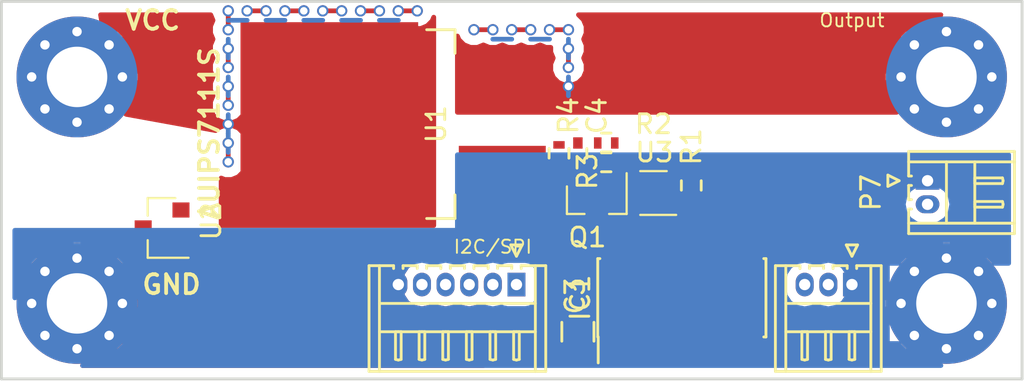
<source format=kicad_pcb>
(kicad_pcb (version 4) (host pcbnew 4.0.4-stable)

  (general
    (links 37)
    (no_connects 30)
    (area 120.924999 76.924999 175.075001 97.075001)
    (thickness 1.6)
    (drawings 9)
    (tracks 59)
    (zones 0)
    (modules 18)
    (nets 16)
  )

  (page A4)
  (layers
    (0 F.Cu signal)
    (31 B.Cu signal)
    (32 B.Adhes user)
    (33 F.Adhes user)
    (34 B.Paste user)
    (35 F.Paste user)
    (36 B.SilkS user hide)
    (37 F.SilkS user)
    (38 B.Mask user)
    (39 F.Mask user)
    (40 Dwgs.User user)
    (41 Cmts.User user)
    (42 Eco1.User user)
    (43 Eco2.User user)
    (44 Edge.Cuts user)
    (45 Margin user)
    (46 B.CrtYd user)
    (47 F.CrtYd user)
    (48 B.Fab user hide)
    (49 F.Fab user hide)
  )

  (setup
    (last_trace_width 0.25)
    (user_trace_width 0.4)
    (user_trace_width 0.5)
    (user_trace_width 0.6)
    (user_trace_width 1)
    (user_trace_width 2)
    (user_trace_width 3)
    (user_trace_width 4)
    (user_trace_width 5)
    (trace_clearance 0.2)
    (zone_clearance 0.508)
    (zone_45_only yes)
    (trace_min 0.2)
    (segment_width 0.2)
    (edge_width 0.15)
    (via_size 0.6)
    (via_drill 0.4)
    (via_min_size 0.4)
    (via_min_drill 0.3)
    (user_via 1.4 1)
    (uvia_size 0.3)
    (uvia_drill 0.1)
    (uvias_allowed no)
    (uvia_min_size 0.2)
    (uvia_min_drill 0.1)
    (pcb_text_width 0.3)
    (pcb_text_size 1.5 1.5)
    (mod_edge_width 0.15)
    (mod_text_size 1 1)
    (mod_text_width 0.15)
    (pad_size 1.524 1.524)
    (pad_drill 0.762)
    (pad_to_mask_clearance 0.2)
    (aux_axis_origin 0 0)
    (visible_elements 7FFFEFFF)
    (pcbplotparams
      (layerselection 0x01000_00000001)
      (usegerberextensions false)
      (excludeedgelayer true)
      (linewidth 0.100000)
      (plotframeref false)
      (viasonmask false)
      (mode 1)
      (useauxorigin false)
      (hpglpennumber 1)
      (hpglpenspeed 20)
      (hpglpendiameter 15)
      (hpglpenoverlay 2)
      (psnegative false)
      (psa4output false)
      (plotreference true)
      (plotvalue true)
      (plotinvisibletext false)
      (padsonsilk false)
      (subtractmaskfromsilk false)
      (outputformat 1)
      (mirror false)
      (drillshape 0)
      (scaleselection 1)
      (outputdirectory ../../../../media/mdh/KINGSTON/))
  )

  (net 0 "")
  (net 1 "Net-(Q1-Pad1)")
  (net 2 GND)
  (net 3 VCC)
  (net 4 /Out)
  (net 5 /IN)
  (net 6 /Ifb)
  (net 7 /RESET)
  (net 8 /SDA/MOSI)
  (net 9 /MISO)
  (net 10 /SCL/SCK)
  (net 11 /ENB1)
  (net 12 /ENB2)
  (net 13 +5V)
  (net 14 /Current_Feedback)
  (net 15 /PWM1)

  (net_class Default "This is the default net class."
    (clearance 0.2)
    (trace_width 0.25)
    (via_dia 0.6)
    (via_drill 0.4)
    (uvia_dia 0.3)
    (uvia_drill 0.1)
    (add_net +5V)
    (add_net /Current_Feedback)
    (add_net /ENB1)
    (add_net /ENB2)
    (add_net /IN)
    (add_net /Ifb)
    (add_net /MISO)
    (add_net /Out)
    (add_net /PWM1)
    (add_net /RESET)
    (add_net /SCL/SCK)
    (add_net /SDA/MOSI)
    (add_net GND)
    (add_net "Net-(Q1-Pad1)")
    (add_net VCC)
  )

  (net_class BigVia ""
    (clearance 0.2)
    (trace_width 0.25)
    (via_dia 1.2)
    (via_drill 1)
    (uvia_dia 0.3)
    (uvia_drill 0.1)
  )

  (module KiCad-MDH-IC:TO-263-!3 (layer F.Cu) (tedit 5844163F) (tstamp 58767E0A)
    (at 147.5 83.5 180)
    (descr "D2PAK / TO-263 3-lead smd package")
    (tags "D2PAK D2PAK-3 TO-263AB TO-263")
    (path /583564EC)
    (attr smd)
    (fp_text reference U1 (at 3.5 0 270) (layer F.SilkS)
      (effects (font (size 1 1) (thickness 0.15)))
    )
    (fp_text value AUIPS7111S (at 15.25 -0.25 270) (layer F.Fab)
      (effects (font (size 1 1) (thickness 0.15)))
    )
    (fp_line (start 14.1 5.65) (end -2.55 5.65) (layer F.CrtYd) (width 0.05))
    (fp_line (start 14.1 -5.65) (end 14.1 5.65) (layer F.CrtYd) (width 0.05))
    (fp_line (start 14.1 -5.65) (end -2.55 -5.65) (layer F.CrtYd) (width 0.05))
    (fp_line (start -2.55 -5.65) (end -2.55 5.65) (layer F.CrtYd) (width 0.05))
    (fp_line (start 2.5 5) (end 2.5 3.75) (layer F.SilkS) (width 0.15))
    (fp_line (start 2.5 5) (end 4 5) (layer F.SilkS) (width 0.15))
    (fp_line (start 2.5 -5) (end 4 -5) (layer F.SilkS) (width 0.15))
    (fp_line (start 2.5 -5) (end 2.5 -3.75) (layer F.SilkS) (width 0.15))
    (pad 5 smd rect (at 0 3.4 180) (size 4.6 1.1) (layers F.Cu F.Paste F.Mask)
      (net 4 /Out))
    (pad 4 smd rect (at 0 1.7 180) (size 4.6 1.1) (layers F.Cu F.Paste F.Mask)
      (net 4 /Out))
    (pad 2 smd rect (at 0 -1.7 180) (size 4.6 1.1) (layers F.Cu F.Paste F.Mask)
      (net 6 /Ifb))
    (pad 3 smd rect (at 9.15 0 180) (size 9.4 10.8) (layers F.Cu F.Paste F.Mask)
      (net 3 VCC))
    (pad 1 smd rect (at 0 -3.4 180) (size 4.6 1.1) (layers F.Cu F.Paste F.Mask)
      (net 5 /IN))
    (model TO_SOT_Packages_SMD.3dshapes/TO-263-5Lead.wrl
      (at (xyz 0 0 0))
      (scale (xyz 1 1 1))
      (rotate (xyz 0 0 90))
    )
  )

  (module TO_SOT_Packages_SMD:SOT-23 (layer F.Cu) (tedit 583F39EB) (tstamp 5876925D)
    (at 129.5 89 180)
    (descr "SOT-23, Standard")
    (tags SOT-23)
    (path /587697D2)
    (attr smd)
    (fp_text reference U2 (at -2.6 0.35 270) (layer F.SilkS)
      (effects (font (size 1 1) (thickness 0.15)))
    )
    (fp_text value LM3480-5.0 (at 0 2.5 180) (layer F.Fab)
      (effects (font (size 1 1) (thickness 0.15)))
    )
    (fp_line (start 0.76 1.58) (end 0.76 0.65) (layer F.SilkS) (width 0.12))
    (fp_line (start 0.76 -1.58) (end 0.76 -0.65) (layer F.SilkS) (width 0.12))
    (fp_line (start 0.7 -1.52) (end 0.7 1.52) (layer F.Fab) (width 0.15))
    (fp_line (start -0.7 1.52) (end 0.7 1.52) (layer F.Fab) (width 0.15))
    (fp_line (start -1.7 -1.75) (end 1.7 -1.75) (layer F.CrtYd) (width 0.05))
    (fp_line (start 1.7 -1.75) (end 1.7 1.75) (layer F.CrtYd) (width 0.05))
    (fp_line (start 1.7 1.75) (end -1.7 1.75) (layer F.CrtYd) (width 0.05))
    (fp_line (start -1.7 1.75) (end -1.7 -1.75) (layer F.CrtYd) (width 0.05))
    (fp_line (start 0.76 -1.58) (end -1.4 -1.58) (layer F.SilkS) (width 0.12))
    (fp_line (start -0.7 -1.52) (end 0.7 -1.52) (layer F.Fab) (width 0.15))
    (fp_line (start -0.7 -1.52) (end -0.7 1.52) (layer F.Fab) (width 0.15))
    (fp_line (start 0.76 1.58) (end -0.7 1.58) (layer F.SilkS) (width 0.12))
    (pad 1 smd rect (at -1 -0.95 180) (size 0.9 0.8) (layers F.Cu F.Paste F.Mask)
      (net 13 +5V))
    (pad 2 smd rect (at -1 0.95 180) (size 0.9 0.8) (layers F.Cu F.Paste F.Mask)
      (net 3 VCC))
    (pad 3 smd rect (at 1 0 180) (size 0.9 0.8) (layers F.Cu F.Paste F.Mask)
      (net 2 GND))
    (model TO_SOT_Packages_SMD.3dshapes/SOT-23.wrl
      (at (xyz 0 0 0))
      (scale (xyz 1 1 1))
      (rotate (xyz 0 0 90))
    )
  )

  (module Capacitors_SMD:C_0805 (layer F.Cu) (tedit 5415D6EA) (tstamp 587697DC)
    (at 151.5 94.5 90)
    (descr "Capacitor SMD 0805, reflow soldering, AVX (see smccp.pdf)")
    (tags "capacitor 0805")
    (path /5876D639)
    (attr smd)
    (fp_text reference C3 (at 1.9 -0.15 90) (layer F.SilkS)
      (effects (font (size 1 1) (thickness 0.15)))
    )
    (fp_text value 10uF (at 0 2.1 90) (layer F.Fab)
      (effects (font (size 1 1) (thickness 0.15)))
    )
    (fp_line (start -1 0.625) (end -1 -0.625) (layer F.Fab) (width 0.15))
    (fp_line (start 1 0.625) (end -1 0.625) (layer F.Fab) (width 0.15))
    (fp_line (start 1 -0.625) (end 1 0.625) (layer F.Fab) (width 0.15))
    (fp_line (start -1 -0.625) (end 1 -0.625) (layer F.Fab) (width 0.15))
    (fp_line (start -1.8 -1) (end 1.8 -1) (layer F.CrtYd) (width 0.05))
    (fp_line (start -1.8 1) (end 1.8 1) (layer F.CrtYd) (width 0.05))
    (fp_line (start -1.8 -1) (end -1.8 1) (layer F.CrtYd) (width 0.05))
    (fp_line (start 1.8 -1) (end 1.8 1) (layer F.CrtYd) (width 0.05))
    (fp_line (start 0.5 -0.85) (end -0.5 -0.85) (layer F.SilkS) (width 0.15))
    (fp_line (start -0.5 0.85) (end 0.5 0.85) (layer F.SilkS) (width 0.15))
    (pad 1 smd rect (at -1 0 90) (size 1 1.25) (layers F.Cu F.Paste F.Mask)
      (net 13 +5V))
    (pad 2 smd rect (at 1 0 90) (size 1 1.25) (layers F.Cu F.Paste F.Mask)
      (net 2 GND))
    (model Capacitors_SMD.3dshapes/C_0805.wrl
      (at (xyz 0 0 0))
      (scale (xyz 1 1 1))
      (rotate (xyz 0 0 0))
    )
  )

  (module TO_SOT_Packages_SMD:SOT-353 (layer F.Cu) (tedit 583F3CBD) (tstamp 587697EF)
    (at 155.5 87.15 180)
    (descr SOT353)
    (path /5876AB47)
    (attr smd)
    (fp_text reference U3 (at -0.05 2.15 180) (layer F.SilkS)
      (effects (font (size 1 1) (thickness 0.15)))
    )
    (fp_text value 74LVC1G08 (at 0 2.25 360) (layer F.Fab)
      (effects (font (size 1 1) (thickness 0.15)))
    )
    (fp_line (start 0.7 -1.16) (end -1.2 -1.16) (layer F.SilkS) (width 0.12))
    (fp_line (start -0.7 1.16) (end 0.7 1.16) (layer F.SilkS) (width 0.12))
    (fp_line (start 1.5 1.35) (end 1.5 -1.35) (layer F.CrtYd) (width 0.05))
    (fp_line (start -1.5 -1.35) (end -1.5 1.35) (layer F.CrtYd) (width 0.05))
    (fp_line (start -1.5 -1.35) (end 1.5 -1.35) (layer F.CrtYd) (width 0.05))
    (fp_line (start 0.675 -1.1) (end -0.675 -1.1) (layer F.Fab) (width 0.15))
    (fp_line (start -0.675 -1.1) (end -0.675 1.1) (layer F.Fab) (width 0.15))
    (fp_line (start -1.5 1.35) (end 1.5 1.35) (layer F.CrtYd) (width 0.05))
    (fp_line (start 0.675 -1.1) (end 0.675 1.1) (layer F.Fab) (width 0.15))
    (fp_line (start 0.675 1.1) (end -0.675 1.1) (layer F.Fab) (width 0.15))
    (pad 1 smd rect (at -0.95 -0.65 180) (size 0.6 0.42) (layers F.Cu F.Paste F.Mask)
      (net 11 /ENB1))
    (pad 3 smd rect (at -0.95 0.65 180) (size 0.6 0.42) (layers F.Cu F.Paste F.Mask)
      (net 2 GND))
    (pad 5 smd rect (at 0.95 -0.65 180) (size 0.6 0.42) (layers F.Cu F.Paste F.Mask)
      (net 13 +5V))
    (pad 2 smd rect (at -0.95 0 180) (size 0.6 0.42) (layers F.Cu F.Paste F.Mask)
      (net 12 /ENB2))
    (pad 4 smd rect (at 0.95 0.65 180) (size 0.6 0.42) (layers F.Cu F.Paste F.Mask)
      (net 1 "Net-(Q1-Pad1)"))
    (model TO_SOT_Packages_SMD.3dshapes/SOT-353.wrl
      (at (xyz 0 0 0))
      (scale (xyz 0.07000000000000001 0.09 0.08))
      (rotate (xyz 0 0 90))
    )
  )

  (module Capacitors_SMD:C_0402 (layer F.Cu) (tedit 5415D599) (tstamp 5876CF40)
    (at 151.5 85.05 270)
    (descr "Capacitor SMD 0402, reflow soldering, AVX (see smccp.pdf)")
    (tags "capacitor 0402")
    (path /5876FC10)
    (attr smd)
    (fp_text reference C4 (at -2 -1 270) (layer F.SilkS)
      (effects (font (size 1 1) (thickness 0.15)))
    )
    (fp_text value 1uF (at 0 1.7 270) (layer F.Fab)
      (effects (font (size 1 1) (thickness 0.15)))
    )
    (fp_line (start -0.5 0.25) (end -0.5 -0.25) (layer F.Fab) (width 0.15))
    (fp_line (start 0.5 0.25) (end -0.5 0.25) (layer F.Fab) (width 0.15))
    (fp_line (start 0.5 -0.25) (end 0.5 0.25) (layer F.Fab) (width 0.15))
    (fp_line (start -0.5 -0.25) (end 0.5 -0.25) (layer F.Fab) (width 0.15))
    (fp_line (start -1.15 -0.6) (end 1.15 -0.6) (layer F.CrtYd) (width 0.05))
    (fp_line (start -1.15 0.6) (end 1.15 0.6) (layer F.CrtYd) (width 0.05))
    (fp_line (start -1.15 -0.6) (end -1.15 0.6) (layer F.CrtYd) (width 0.05))
    (fp_line (start 1.15 -0.6) (end 1.15 0.6) (layer F.CrtYd) (width 0.05))
    (fp_line (start 0.25 -0.475) (end -0.25 -0.475) (layer F.SilkS) (width 0.15))
    (fp_line (start -0.25 0.475) (end 0.25 0.475) (layer F.SilkS) (width 0.15))
    (pad 1 smd rect (at -0.55 0 270) (size 0.6 0.5) (layers F.Cu F.Paste F.Mask)
      (net 6 /Ifb))
    (pad 2 smd rect (at 0.55 0 270) (size 0.6 0.5) (layers F.Cu F.Paste F.Mask)
      (net 2 GND))
    (model Capacitors_SMD.3dshapes/C_0402.wrl
      (at (xyz 0 0 0))
      (scale (xyz 1 1 1))
      (rotate (xyz 0 0 0))
    )
  )

  (module Resistors_SMD:R_0402 (layer F.Cu) (tedit 58307A8A) (tstamp 5876CF45)
    (at 157.5 86.75 90)
    (descr "Resistor SMD 0402, reflow soldering, Vishay (see dcrcw.pdf)")
    (tags "resistor 0402")
    (path /5876E46B)
    (attr smd)
    (fp_text reference R1 (at 2.05 0 90) (layer F.SilkS)
      (effects (font (size 1 1) (thickness 0.15)))
    )
    (fp_text value 4.7k (at 0 1.8 90) (layer F.Fab)
      (effects (font (size 1 1) (thickness 0.15)))
    )
    (fp_line (start -0.5 0.25) (end -0.5 -0.25) (layer F.Fab) (width 0.1))
    (fp_line (start 0.5 0.25) (end -0.5 0.25) (layer F.Fab) (width 0.1))
    (fp_line (start 0.5 -0.25) (end 0.5 0.25) (layer F.Fab) (width 0.1))
    (fp_line (start -0.5 -0.25) (end 0.5 -0.25) (layer F.Fab) (width 0.1))
    (fp_line (start -0.95 -0.65) (end 0.95 -0.65) (layer F.CrtYd) (width 0.05))
    (fp_line (start -0.95 0.65) (end 0.95 0.65) (layer F.CrtYd) (width 0.05))
    (fp_line (start -0.95 -0.65) (end -0.95 0.65) (layer F.CrtYd) (width 0.05))
    (fp_line (start 0.95 -0.65) (end 0.95 0.65) (layer F.CrtYd) (width 0.05))
    (fp_line (start 0.25 -0.525) (end -0.25 -0.525) (layer F.SilkS) (width 0.15))
    (fp_line (start -0.25 0.525) (end 0.25 0.525) (layer F.SilkS) (width 0.15))
    (pad 1 smd rect (at -0.45 0 90) (size 0.4 0.6) (layers F.Cu F.Paste F.Mask)
      (net 12 /ENB2))
    (pad 2 smd rect (at 0.45 0 90) (size 0.4 0.6) (layers F.Cu F.Paste F.Mask)
      (net 2 GND))
    (model Resistors_SMD.3dshapes/R_0402.wrl
      (at (xyz 0 0 0))
      (scale (xyz 1 1 1))
      (rotate (xyz 0 0 0))
    )
  )

  (module Resistors_SMD:R_0402 (layer F.Cu) (tedit 58307A8A) (tstamp 5876CF4A)
    (at 153 85.5 180)
    (descr "Resistor SMD 0402, reflow soldering, Vishay (see dcrcw.pdf)")
    (tags "resistor 0402")
    (path /583570F7)
    (attr smd)
    (fp_text reference R2 (at -2.5 2 180) (layer F.SilkS)
      (effects (font (size 1 1) (thickness 0.15)))
    )
    (fp_text value 4.7k (at 0 1.8 180) (layer F.Fab)
      (effects (font (size 1 1) (thickness 0.15)))
    )
    (fp_line (start -0.5 0.25) (end -0.5 -0.25) (layer F.Fab) (width 0.1))
    (fp_line (start 0.5 0.25) (end -0.5 0.25) (layer F.Fab) (width 0.1))
    (fp_line (start 0.5 -0.25) (end 0.5 0.25) (layer F.Fab) (width 0.1))
    (fp_line (start -0.5 -0.25) (end 0.5 -0.25) (layer F.Fab) (width 0.1))
    (fp_line (start -0.95 -0.65) (end 0.95 -0.65) (layer F.CrtYd) (width 0.05))
    (fp_line (start -0.95 0.65) (end 0.95 0.65) (layer F.CrtYd) (width 0.05))
    (fp_line (start -0.95 -0.65) (end -0.95 0.65) (layer F.CrtYd) (width 0.05))
    (fp_line (start 0.95 -0.65) (end 0.95 0.65) (layer F.CrtYd) (width 0.05))
    (fp_line (start 0.25 -0.525) (end -0.25 -0.525) (layer F.SilkS) (width 0.15))
    (fp_line (start -0.25 0.525) (end 0.25 0.525) (layer F.SilkS) (width 0.15))
    (pad 1 smd rect (at -0.45 0 180) (size 0.4 0.6) (layers F.Cu F.Paste F.Mask)
      (net 1 "Net-(Q1-Pad1)"))
    (pad 2 smd rect (at 0.45 0 180) (size 0.4 0.6) (layers F.Cu F.Paste F.Mask)
      (net 2 GND))
    (model Resistors_SMD.3dshapes/R_0402.wrl
      (at (xyz 0 0 0))
      (scale (xyz 1 1 1))
      (rotate (xyz 0 0 0))
    )
  )

  (module Resistors_SMD:R_0402 (layer F.Cu) (tedit 58307A8A) (tstamp 5876CF4F)
    (at 153 84.5 180)
    (descr "Resistor SMD 0402, reflow soldering, Vishay (see dcrcw.pdf)")
    (tags "resistor 0402")
    (path /58357DFE)
    (attr smd)
    (fp_text reference R3 (at 1 -1.5 270) (layer F.SilkS)
      (effects (font (size 1 1) (thickness 0.15)))
    )
    (fp_text value 10k (at 0 1.8 180) (layer F.Fab)
      (effects (font (size 1 1) (thickness 0.15)))
    )
    (fp_line (start -0.5 0.25) (end -0.5 -0.25) (layer F.Fab) (width 0.1))
    (fp_line (start 0.5 0.25) (end -0.5 0.25) (layer F.Fab) (width 0.1))
    (fp_line (start 0.5 -0.25) (end 0.5 0.25) (layer F.Fab) (width 0.1))
    (fp_line (start -0.5 -0.25) (end 0.5 -0.25) (layer F.Fab) (width 0.1))
    (fp_line (start -0.95 -0.65) (end 0.95 -0.65) (layer F.CrtYd) (width 0.05))
    (fp_line (start -0.95 0.65) (end 0.95 0.65) (layer F.CrtYd) (width 0.05))
    (fp_line (start -0.95 -0.65) (end -0.95 0.65) (layer F.CrtYd) (width 0.05))
    (fp_line (start 0.95 -0.65) (end 0.95 0.65) (layer F.CrtYd) (width 0.05))
    (fp_line (start 0.25 -0.525) (end -0.25 -0.525) (layer F.SilkS) (width 0.15))
    (fp_line (start -0.25 0.525) (end 0.25 0.525) (layer F.SilkS) (width 0.15))
    (pad 1 smd rect (at -0.45 0 180) (size 0.4 0.6) (layers F.Cu F.Paste F.Mask)
      (net 14 /Current_Feedback))
    (pad 2 smd rect (at 0.45 0 180) (size 0.4 0.6) (layers F.Cu F.Paste F.Mask)
      (net 6 /Ifb))
    (model Resistors_SMD.3dshapes/R_0402.wrl
      (at (xyz 0 0 0))
      (scale (xyz 1 1 1))
      (rotate (xyz 0 0 0))
    )
  )

  (module Resistors_SMD:R_0402 (layer F.Cu) (tedit 58307A8A) (tstamp 5876CF54)
    (at 150.5 85.05 270)
    (descr "Resistor SMD 0402, reflow soldering, Vishay (see dcrcw.pdf)")
    (tags "resistor 0402")
    (path /58357C8A)
    (attr smd)
    (fp_text reference R4 (at -2 -0.5 270) (layer F.SilkS)
      (effects (font (size 1 1) (thickness 0.15)))
    )
    (fp_text value 3.3k (at 0 1.8 270) (layer F.Fab)
      (effects (font (size 1 1) (thickness 0.15)))
    )
    (fp_line (start -0.5 0.25) (end -0.5 -0.25) (layer F.Fab) (width 0.1))
    (fp_line (start 0.5 0.25) (end -0.5 0.25) (layer F.Fab) (width 0.1))
    (fp_line (start 0.5 -0.25) (end 0.5 0.25) (layer F.Fab) (width 0.1))
    (fp_line (start -0.5 -0.25) (end 0.5 -0.25) (layer F.Fab) (width 0.1))
    (fp_line (start -0.95 -0.65) (end 0.95 -0.65) (layer F.CrtYd) (width 0.05))
    (fp_line (start -0.95 0.65) (end 0.95 0.65) (layer F.CrtYd) (width 0.05))
    (fp_line (start -0.95 -0.65) (end -0.95 0.65) (layer F.CrtYd) (width 0.05))
    (fp_line (start 0.95 -0.65) (end 0.95 0.65) (layer F.CrtYd) (width 0.05))
    (fp_line (start 0.25 -0.525) (end -0.25 -0.525) (layer F.SilkS) (width 0.15))
    (fp_line (start -0.25 0.525) (end 0.25 0.525) (layer F.SilkS) (width 0.15))
    (pad 1 smd rect (at -0.45 0 270) (size 0.4 0.6) (layers F.Cu F.Paste F.Mask)
      (net 6 /Ifb))
    (pad 2 smd rect (at 0.45 0 270) (size 0.4 0.6) (layers F.Cu F.Paste F.Mask)
      (net 2 GND))
    (model Resistors_SMD.3dshapes/R_0402.wrl
      (at (xyz 0 0 0))
      (scale (xyz 1 1 1))
      (rotate (xyz 0 0 0))
    )
  )

  (module TO_SOT_Packages_SMD:SOT-23 (layer F.Cu) (tedit 583F39EB) (tstamp 5877BD67)
    (at 152.5 87.5 270)
    (descr "SOT-23, Standard")
    (tags SOT-23)
    (path /587679DC)
    (attr smd)
    (fp_text reference Q1 (at 2 0.5 360) (layer F.SilkS)
      (effects (font (size 1 1) (thickness 0.15)))
    )
    (fp_text value BSS138 (at 0 2.5 270) (layer F.Fab)
      (effects (font (size 1 1) (thickness 0.15)))
    )
    (fp_line (start 0.76 1.58) (end 0.76 0.65) (layer F.SilkS) (width 0.12))
    (fp_line (start 0.76 -1.58) (end 0.76 -0.65) (layer F.SilkS) (width 0.12))
    (fp_line (start 0.7 -1.52) (end 0.7 1.52) (layer F.Fab) (width 0.15))
    (fp_line (start -0.7 1.52) (end 0.7 1.52) (layer F.Fab) (width 0.15))
    (fp_line (start -1.7 -1.75) (end 1.7 -1.75) (layer F.CrtYd) (width 0.05))
    (fp_line (start 1.7 -1.75) (end 1.7 1.75) (layer F.CrtYd) (width 0.05))
    (fp_line (start 1.7 1.75) (end -1.7 1.75) (layer F.CrtYd) (width 0.05))
    (fp_line (start -1.7 1.75) (end -1.7 -1.75) (layer F.CrtYd) (width 0.05))
    (fp_line (start 0.76 -1.58) (end -1.4 -1.58) (layer F.SilkS) (width 0.12))
    (fp_line (start -0.7 -1.52) (end 0.7 -1.52) (layer F.Fab) (width 0.15))
    (fp_line (start -0.7 -1.52) (end -0.7 1.52) (layer F.Fab) (width 0.15))
    (fp_line (start 0.76 1.58) (end -0.7 1.58) (layer F.SilkS) (width 0.12))
    (pad 1 smd rect (at -1 -0.95 270) (size 0.9 0.8) (layers F.Cu F.Paste F.Mask)
      (net 1 "Net-(Q1-Pad1)"))
    (pad 2 smd rect (at -1 0.95 270) (size 0.9 0.8) (layers F.Cu F.Paste F.Mask)
      (net 2 GND))
    (pad 3 smd rect (at 1 0 270) (size 0.9 0.8) (layers F.Cu F.Paste F.Mask)
      (net 5 /IN))
    (model TO_SOT_Packages_SMD.3dshapes/SOT-23.wrl
      (at (xyz 0 0 0))
      (scale (xyz 1 1 1))
      (rotate (xyz 0 0 90))
    )
  )

  (module Connectors_Hirose:Hirose_DF13-06P-1.25DS_06x1.25mm_Angled (layer F.Cu) (tedit 58795592) (tstamp 5877C2E2)
    (at 148.25 92 180)
    (descr "Hirose DF13 DS series connector, 1.25mm pitch, side entry PTH")
    (tags "connector hirose df13 side angled horizontal through thru hole")
    (path /5876D1D1)
    (fp_text reference P2 (at 3.125 3 180) (layer F.SilkS) hide
      (effects (font (size 1 1) (thickness 0.15)))
    )
    (fp_text value CONN_01X06 (at 3.125 -6 180) (layer F.Fab)
      (effects (font (size 1 1) (thickness 0.15)))
    )
    (fp_line (start -0.25 0.85) (end -0.25 1) (layer F.SilkS) (width 0.15))
    (fp_line (start -0.25 1) (end -1.55 1) (layer F.SilkS) (width 0.15))
    (fp_line (start -1.55 1) (end -1.55 -4.6) (layer F.SilkS) (width 0.15))
    (fp_line (start -1.55 -4.6) (end 7.8 -4.6) (layer F.SilkS) (width 0.15))
    (fp_line (start 7.8 -4.6) (end 7.8 1) (layer F.SilkS) (width 0.15))
    (fp_line (start 7.8 1) (end 6.5 1) (layer F.SilkS) (width 0.15))
    (fp_line (start 6.5 1) (end 6.5 0.85) (layer F.SilkS) (width 0.15))
    (fp_line (start -1 -2.5) (end 7.25 -2.5) (layer F.SilkS) (width 0.15))
    (fp_line (start -1 -1) (end 7.25 -1) (layer F.SilkS) (width 0.15))
    (fp_line (start -1 -4.6) (end -1 1) (layer F.SilkS) (width 0.15))
    (fp_line (start 7.25 -4.6) (end 7.25 1) (layer F.SilkS) (width 0.15))
    (fp_line (start 0 -2.5) (end -0.15 -2.5) (layer F.SilkS) (width 0.15))
    (fp_line (start -0.15 -2.5) (end -0.15 -3.9625) (layer F.SilkS) (width 0.15))
    (fp_line (start -0.15 -3.9625) (end 0 -4) (layer F.SilkS) (width 0.15))
    (fp_line (start 0 -4) (end 0.15 -3.9625) (layer F.SilkS) (width 0.15))
    (fp_line (start 0.15 -3.9625) (end 0.15 -2.5) (layer F.SilkS) (width 0.15))
    (fp_line (start 0.15 -2.5) (end 0 -2.5) (layer F.SilkS) (width 0.15))
    (fp_line (start 1.25 -2.5) (end 1.1 -2.5) (layer F.SilkS) (width 0.15))
    (fp_line (start 1.1 -2.5) (end 1.1 -3.9625) (layer F.SilkS) (width 0.15))
    (fp_line (start 1.1 -3.9625) (end 1.25 -4) (layer F.SilkS) (width 0.15))
    (fp_line (start 1.25 -4) (end 1.4 -3.9625) (layer F.SilkS) (width 0.15))
    (fp_line (start 1.4 -3.9625) (end 1.4 -2.5) (layer F.SilkS) (width 0.15))
    (fp_line (start 1.4 -2.5) (end 1.25 -2.5) (layer F.SilkS) (width 0.15))
    (fp_line (start 0.25 0.85) (end 0.25 1) (layer F.SilkS) (width 0.15))
    (fp_line (start 0.25 1) (end 1 1) (layer F.SilkS) (width 0.15))
    (fp_line (start 1 1) (end 1 0.85) (layer F.SilkS) (width 0.15))
    (fp_line (start 2.5 -2.5) (end 2.35 -2.5) (layer F.SilkS) (width 0.15))
    (fp_line (start 2.35 -2.5) (end 2.35 -3.9625) (layer F.SilkS) (width 0.15))
    (fp_line (start 2.35 -3.9625) (end 2.5 -4) (layer F.SilkS) (width 0.15))
    (fp_line (start 2.5 -4) (end 2.65 -3.9625) (layer F.SilkS) (width 0.15))
    (fp_line (start 2.65 -3.9625) (end 2.65 -2.5) (layer F.SilkS) (width 0.15))
    (fp_line (start 2.65 -2.5) (end 2.5 -2.5) (layer F.SilkS) (width 0.15))
    (fp_line (start 1.5 0.85) (end 1.5 1) (layer F.SilkS) (width 0.15))
    (fp_line (start 1.5 1) (end 2.25 1) (layer F.SilkS) (width 0.15))
    (fp_line (start 2.25 1) (end 2.25 0.85) (layer F.SilkS) (width 0.15))
    (fp_line (start 3.75 -2.5) (end 3.6 -2.5) (layer F.SilkS) (width 0.15))
    (fp_line (start 3.6 -2.5) (end 3.6 -3.9625) (layer F.SilkS) (width 0.15))
    (fp_line (start 3.6 -3.9625) (end 3.75 -4) (layer F.SilkS) (width 0.15))
    (fp_line (start 3.75 -4) (end 3.9 -3.9625) (layer F.SilkS) (width 0.15))
    (fp_line (start 3.9 -3.9625) (end 3.9 -2.5) (layer F.SilkS) (width 0.15))
    (fp_line (start 3.9 -2.5) (end 3.75 -2.5) (layer F.SilkS) (width 0.15))
    (fp_line (start 2.75 0.85) (end 2.75 1) (layer F.SilkS) (width 0.15))
    (fp_line (start 2.75 1) (end 3.5 1) (layer F.SilkS) (width 0.15))
    (fp_line (start 3.5 1) (end 3.5 0.85) (layer F.SilkS) (width 0.15))
    (fp_line (start 5 -2.5) (end 4.85 -2.5) (layer F.SilkS) (width 0.15))
    (fp_line (start 4.85 -2.5) (end 4.85 -3.9625) (layer F.SilkS) (width 0.15))
    (fp_line (start 4.85 -3.9625) (end 5 -4) (layer F.SilkS) (width 0.15))
    (fp_line (start 5 -4) (end 5.15 -3.9625) (layer F.SilkS) (width 0.15))
    (fp_line (start 5.15 -3.9625) (end 5.15 -2.5) (layer F.SilkS) (width 0.15))
    (fp_line (start 5.15 -2.5) (end 5 -2.5) (layer F.SilkS) (width 0.15))
    (fp_line (start 4 0.85) (end 4 1) (layer F.SilkS) (width 0.15))
    (fp_line (start 4 1) (end 4.75 1) (layer F.SilkS) (width 0.15))
    (fp_line (start 4.75 1) (end 4.75 0.85) (layer F.SilkS) (width 0.15))
    (fp_line (start 6.25 -2.5) (end 6.1 -2.5) (layer F.SilkS) (width 0.15))
    (fp_line (start 6.1 -2.5) (end 6.1 -3.9625) (layer F.SilkS) (width 0.15))
    (fp_line (start 6.1 -3.9625) (end 6.25 -4) (layer F.SilkS) (width 0.15))
    (fp_line (start 6.25 -4) (end 6.4 -3.9625) (layer F.SilkS) (width 0.15))
    (fp_line (start 6.4 -3.9625) (end 6.4 -2.5) (layer F.SilkS) (width 0.15))
    (fp_line (start 6.4 -2.5) (end 6.25 -2.5) (layer F.SilkS) (width 0.15))
    (fp_line (start 5.25 0.85) (end 5.25 1) (layer F.SilkS) (width 0.15))
    (fp_line (start 5.25 1) (end 6 1) (layer F.SilkS) (width 0.15))
    (fp_line (start 6 1) (end 6 0.85) (layer F.SilkS) (width 0.15))
    (fp_line (start 0 1.5) (end -0.3 2.1) (layer F.SilkS) (width 0.15))
    (fp_line (start -0.3 2.1) (end 0.3 2.1) (layer F.SilkS) (width 0.15))
    (fp_line (start 0.3 2.1) (end 0 1.5) (layer F.SilkS) (width 0.15))
    (fp_line (start -2.05 -5.1) (end -2.05 1.5) (layer F.CrtYd) (width 0.05))
    (fp_line (start -2.05 1.5) (end 8.3 1.5) (layer F.CrtYd) (width 0.05))
    (fp_line (start 8.3 1.5) (end 8.3 -5.1) (layer F.CrtYd) (width 0.05))
    (fp_line (start 8.3 -5.1) (end -2.05 -5.1) (layer F.CrtYd) (width 0.05))
    (pad 1 thru_hole rect (at 0 0 180) (size 0.95 1.25) (drill 0.6) (layers *.Cu *.Mask)
      (net 8 /SDA/MOSI))
    (pad 2 thru_hole oval (at 1.25 0 180) (size 0.95 1.25) (drill 0.6) (layers *.Cu *.Mask)
      (net 7 /RESET))
    (pad 3 thru_hole oval (at 2.5 0 180) (size 0.95 1.25) (drill 0.6) (layers *.Cu *.Mask)
      (net 9 /MISO))
    (pad 4 thru_hole oval (at 3.75 0 180) (size 0.95 1.25) (drill 0.6) (layers *.Cu *.Mask)
      (net 10 /SCL/SCK))
    (pad 5 thru_hole oval (at 5 0 180) (size 0.95 1.25) (drill 0.6) (layers *.Cu *.Mask)
      (net 13 +5V))
    (pad 6 thru_hole oval (at 6.25 0 180) (size 0.95 1.25) (drill 0.6) (layers *.Cu *.Mask)
      (net 2 GND))
    (model Connectors_Hirose.3dshapes/Hirose_DF13-06P-1.25DS_06x1.25mm_Angled.wrl
      (at (xyz 0 0 0))
      (scale (xyz 1 1 1))
      (rotate (xyz 0 0 0))
    )
  )

  (module Connectors_Hirose:Hirose_DF13-03P-1.25DS_03x1.25mm_Angled (layer F.Cu) (tedit 58795576) (tstamp 5877C330)
    (at 166 92 180)
    (descr "Hirose DF13 DS series connector, 1.25mm pitch, side entry PTH")
    (tags "connector hirose df13 side angled horizontal through thru hole")
    (path /5877BDE2)
    (fp_text reference P3 (at 2 2 180) (layer F.SilkS) hide
      (effects (font (size 1 1) (thickness 0.15)))
    )
    (fp_text value CONN_01X03 (at 1.25 -6 180) (layer F.Fab)
      (effects (font (size 1 1) (thickness 0.15)))
    )
    (fp_line (start -0.25 0.85) (end -0.25 1) (layer F.SilkS) (width 0.15))
    (fp_line (start -0.25 1) (end -1.55 1) (layer F.SilkS) (width 0.15))
    (fp_line (start -1.55 1) (end -1.55 -4.6) (layer F.SilkS) (width 0.15))
    (fp_line (start -1.55 -4.6) (end 4.05 -4.6) (layer F.SilkS) (width 0.15))
    (fp_line (start 4.05 -4.6) (end 4.05 1) (layer F.SilkS) (width 0.15))
    (fp_line (start 4.05 1) (end 2.75 1) (layer F.SilkS) (width 0.15))
    (fp_line (start 2.75 1) (end 2.75 0.85) (layer F.SilkS) (width 0.15))
    (fp_line (start -1 -2.5) (end 3.5 -2.5) (layer F.SilkS) (width 0.15))
    (fp_line (start -1 -1) (end 3.5 -1) (layer F.SilkS) (width 0.15))
    (fp_line (start -1 -4.6) (end -1 1) (layer F.SilkS) (width 0.15))
    (fp_line (start 3.5 -4.6) (end 3.5 1) (layer F.SilkS) (width 0.15))
    (fp_line (start 0 -2.5) (end -0.15 -2.5) (layer F.SilkS) (width 0.15))
    (fp_line (start -0.15 -2.5) (end -0.15 -3.9625) (layer F.SilkS) (width 0.15))
    (fp_line (start -0.15 -3.9625) (end 0 -4) (layer F.SilkS) (width 0.15))
    (fp_line (start 0 -4) (end 0.15 -3.9625) (layer F.SilkS) (width 0.15))
    (fp_line (start 0.15 -3.9625) (end 0.15 -2.5) (layer F.SilkS) (width 0.15))
    (fp_line (start 0.15 -2.5) (end 0 -2.5) (layer F.SilkS) (width 0.15))
    (fp_line (start 1.25 -2.5) (end 1.1 -2.5) (layer F.SilkS) (width 0.15))
    (fp_line (start 1.1 -2.5) (end 1.1 -3.9625) (layer F.SilkS) (width 0.15))
    (fp_line (start 1.1 -3.9625) (end 1.25 -4) (layer F.SilkS) (width 0.15))
    (fp_line (start 1.25 -4) (end 1.4 -3.9625) (layer F.SilkS) (width 0.15))
    (fp_line (start 1.4 -3.9625) (end 1.4 -2.5) (layer F.SilkS) (width 0.15))
    (fp_line (start 1.4 -2.5) (end 1.25 -2.5) (layer F.SilkS) (width 0.15))
    (fp_line (start 0.25 0.85) (end 0.25 1) (layer F.SilkS) (width 0.15))
    (fp_line (start 0.25 1) (end 1 1) (layer F.SilkS) (width 0.15))
    (fp_line (start 1 1) (end 1 0.85) (layer F.SilkS) (width 0.15))
    (fp_line (start 2.5 -2.5) (end 2.35 -2.5) (layer F.SilkS) (width 0.15))
    (fp_line (start 2.35 -2.5) (end 2.35 -3.9625) (layer F.SilkS) (width 0.15))
    (fp_line (start 2.35 -3.9625) (end 2.5 -4) (layer F.SilkS) (width 0.15))
    (fp_line (start 2.5 -4) (end 2.65 -3.9625) (layer F.SilkS) (width 0.15))
    (fp_line (start 2.65 -3.9625) (end 2.65 -2.5) (layer F.SilkS) (width 0.15))
    (fp_line (start 2.65 -2.5) (end 2.5 -2.5) (layer F.SilkS) (width 0.15))
    (fp_line (start 1.5 0.85) (end 1.5 1) (layer F.SilkS) (width 0.15))
    (fp_line (start 1.5 1) (end 2.25 1) (layer F.SilkS) (width 0.15))
    (fp_line (start 2.25 1) (end 2.25 0.85) (layer F.SilkS) (width 0.15))
    (fp_line (start 0 1.5) (end -0.3 2.1) (layer F.SilkS) (width 0.15))
    (fp_line (start -0.3 2.1) (end 0.3 2.1) (layer F.SilkS) (width 0.15))
    (fp_line (start 0.3 2.1) (end 0 1.5) (layer F.SilkS) (width 0.15))
    (fp_line (start -2.05 -5.1) (end -2.05 1.5) (layer F.CrtYd) (width 0.05))
    (fp_line (start -2.05 1.5) (end 4.55 1.5) (layer F.CrtYd) (width 0.05))
    (fp_line (start 4.55 1.5) (end 4.55 -5.1) (layer F.CrtYd) (width 0.05))
    (fp_line (start 4.55 -5.1) (end -2.05 -5.1) (layer F.CrtYd) (width 0.05))
    (pad 1 thru_hole rect (at 0 0 180) (size 0.95 1.25) (drill 0.6) (layers *.Cu *.Mask)
      (net 2 GND))
    (pad 2 thru_hole oval (at 1.25 0 180) (size 0.95 1.25) (drill 0.6) (layers *.Cu *.Mask)
      (net 13 +5V))
    (pad 3 thru_hole oval (at 2.5 0 180) (size 0.95 1.25) (drill 0.6) (layers *.Cu *.Mask)
      (net 12 /ENB2))
    (model Connectors_Hirose.3dshapes/Hirose_DF13-03P-1.25DS_03x1.25mm_Angled.wrl
      (at (xyz 0 0 0))
      (scale (xyz 1 1 1))
      (rotate (xyz 0 0 0))
    )
  )

  (module Mounting_Holes:MountingHole_3.2mm_M3_Pad_Via (layer F.Cu) (tedit 5879551D) (tstamp 58794F27)
    (at 125 81 90)
    (descr "Mounting Hole 3.2mm, M3")
    (tags "mounting hole 3.2mm m3")
    (path /58794F60)
    (fp_text reference P1 (at 0 5 180) (layer F.SilkS) hide
      (effects (font (size 1 1) (thickness 0.15)))
    )
    (fp_text value CONN_01X01 (at 0 4.2 90) (layer F.Fab)
      (effects (font (size 1 1) (thickness 0.15)))
    )
    (fp_circle (center 0 0) (end 3.2 0) (layer Cmts.User) (width 0.15))
    (fp_circle (center 0 0) (end 3.45 0) (layer F.CrtYd) (width 0.05))
    (pad 1 thru_hole circle (at 0 0 90) (size 6.4 6.4) (drill 3.2) (layers *.Cu *.Mask)
      (net 3 VCC))
    (pad "" thru_hole circle (at 2.4 0 90) (size 0.6 0.6) (drill 0.5) (layers *.Cu *.Mask))
    (pad "" thru_hole circle (at 1.697056 1.697056 90) (size 0.6 0.6) (drill 0.5) (layers *.Cu *.Mask))
    (pad "" thru_hole circle (at 0 2.4 90) (size 0.6 0.6) (drill 0.5) (layers *.Cu *.Mask))
    (pad "" thru_hole circle (at -1.697056 1.697056 90) (size 0.6 0.6) (drill 0.5) (layers *.Cu *.Mask))
    (pad "" thru_hole circle (at -2.4 0 90) (size 0.6 0.6) (drill 0.5) (layers *.Cu *.Mask))
    (pad "" thru_hole circle (at -1.697056 -1.697056 90) (size 0.6 0.6) (drill 0.5) (layers *.Cu *.Mask))
    (pad "" thru_hole circle (at 0 -2.4 90) (size 0.6 0.6) (drill 0.5) (layers *.Cu *.Mask))
    (pad "" thru_hole circle (at 1.697056 -1.697056 90) (size 0.6 0.6) (drill 0.5) (layers *.Cu *.Mask))
  )

  (module Mounting_Holes:MountingHole_3.2mm_M3_Pad_Via (layer F.Cu) (tedit 5879552F) (tstamp 58794F35)
    (at 171 93 90)
    (descr "Mounting Hole 3.2mm, M3")
    (tags "mounting hole 3.2mm m3")
    (path /58795057)
    (fp_text reference P4 (at 4 3 90) (layer F.SilkS) hide
      (effects (font (size 1 1) (thickness 0.15)))
    )
    (fp_text value CONN_01X01 (at 0 4.2 90) (layer F.Fab)
      (effects (font (size 1 1) (thickness 0.15)))
    )
    (fp_circle (center 0 0) (end 3.2 0) (layer Cmts.User) (width 0.15))
    (fp_circle (center 0 0) (end 3.45 0) (layer F.CrtYd) (width 0.05))
    (pad 1 thru_hole circle (at 0 0 90) (size 6.4 6.4) (drill 3.2) (layers *.Cu *.Mask)
      (net 2 GND))
    (pad "" thru_hole circle (at 2.4 0 90) (size 0.6 0.6) (drill 0.5) (layers *.Cu *.Mask))
    (pad "" thru_hole circle (at 1.697056 1.697056 90) (size 0.6 0.6) (drill 0.5) (layers *.Cu *.Mask))
    (pad "" thru_hole circle (at 0 2.4 90) (size 0.6 0.6) (drill 0.5) (layers *.Cu *.Mask))
    (pad "" thru_hole circle (at -1.697056 1.697056 90) (size 0.6 0.6) (drill 0.5) (layers *.Cu *.Mask))
    (pad "" thru_hole circle (at -2.4 0 90) (size 0.6 0.6) (drill 0.5) (layers *.Cu *.Mask))
    (pad "" thru_hole circle (at -1.697056 -1.697056 90) (size 0.6 0.6) (drill 0.5) (layers *.Cu *.Mask))
    (pad "" thru_hole circle (at 0 -2.4 90) (size 0.6 0.6) (drill 0.5) (layers *.Cu *.Mask))
    (pad "" thru_hole circle (at 1.697056 -1.697056 90) (size 0.6 0.6) (drill 0.5) (layers *.Cu *.Mask))
  )

  (module Mounting_Holes:MountingHole_3.2mm_M3_Pad_Via (layer F.Cu) (tedit 5879550C) (tstamp 58794F51)
    (at 171 81)
    (descr "Mounting Hole 3.2mm, M3")
    (tags "mounting hole 3.2mm m3")
    (path /5879516A)
    (fp_text reference P5 (at -5 -1) (layer F.SilkS) hide
      (effects (font (size 1 1) (thickness 0.15)))
    )
    (fp_text value CONN_01X01 (at 0 4.2) (layer F.Fab)
      (effects (font (size 1 1) (thickness 0.15)))
    )
    (fp_circle (center 0 0) (end 3.2 0) (layer Cmts.User) (width 0.15))
    (fp_circle (center 0 0) (end 3.45 0) (layer F.CrtYd) (width 0.05))
    (pad 1 thru_hole circle (at 0 0) (size 6.4 6.4) (drill 3.2) (layers *.Cu *.Mask)
      (net 4 /Out))
    (pad "" thru_hole circle (at 2.4 0) (size 0.6 0.6) (drill 0.5) (layers *.Cu *.Mask))
    (pad "" thru_hole circle (at 1.697056 1.697056) (size 0.6 0.6) (drill 0.5) (layers *.Cu *.Mask))
    (pad "" thru_hole circle (at 0 2.4) (size 0.6 0.6) (drill 0.5) (layers *.Cu *.Mask))
    (pad "" thru_hole circle (at -1.697056 1.697056) (size 0.6 0.6) (drill 0.5) (layers *.Cu *.Mask))
    (pad "" thru_hole circle (at -2.4 0) (size 0.6 0.6) (drill 0.5) (layers *.Cu *.Mask))
    (pad "" thru_hole circle (at -1.697056 -1.697056) (size 0.6 0.6) (drill 0.5) (layers *.Cu *.Mask))
    (pad "" thru_hole circle (at 0 -2.4) (size 0.6 0.6) (drill 0.5) (layers *.Cu *.Mask))
    (pad "" thru_hole circle (at 1.697056 -1.697056) (size 0.6 0.6) (drill 0.5) (layers *.Cu *.Mask))
  )

  (module Mounting_Holes:MountingHole_3.2mm_M3_Pad_Via (layer F.Cu) (tedit 58795522) (tstamp 587951A3)
    (at 125 93)
    (descr "Mounting Hole 3.2mm, M3")
    (tags "mounting hole 3.2mm m3")
    (path /5879523C)
    (fp_text reference P6 (at 5 2 90) (layer F.SilkS) hide
      (effects (font (size 1 1) (thickness 0.15)))
    )
    (fp_text value CONN_01X01 (at 0 4.2) (layer F.Fab)
      (effects (font (size 1 1) (thickness 0.15)))
    )
    (fp_circle (center 0 0) (end 3.2 0) (layer Cmts.User) (width 0.15))
    (fp_circle (center 0 0) (end 3.45 0) (layer F.CrtYd) (width 0.05))
    (pad 1 thru_hole circle (at 0 0) (size 6.4 6.4) (drill 3.2) (layers *.Cu *.Mask)
      (net 2 GND))
    (pad "" thru_hole circle (at 2.4 0) (size 0.6 0.6) (drill 0.5) (layers *.Cu *.Mask))
    (pad "" thru_hole circle (at 1.697056 1.697056) (size 0.6 0.6) (drill 0.5) (layers *.Cu *.Mask))
    (pad "" thru_hole circle (at 0 2.4) (size 0.6 0.6) (drill 0.5) (layers *.Cu *.Mask))
    (pad "" thru_hole circle (at -1.697056 1.697056) (size 0.6 0.6) (drill 0.5) (layers *.Cu *.Mask))
    (pad "" thru_hole circle (at -2.4 0) (size 0.6 0.6) (drill 0.5) (layers *.Cu *.Mask))
    (pad "" thru_hole circle (at -1.697056 -1.697056) (size 0.6 0.6) (drill 0.5) (layers *.Cu *.Mask))
    (pad "" thru_hole circle (at 0 -2.4) (size 0.6 0.6) (drill 0.5) (layers *.Cu *.Mask))
    (pad "" thru_hole circle (at 1.697056 -1.697056) (size 0.6 0.6) (drill 0.5) (layers *.Cu *.Mask))
  )

  (module Connectors_Hirose:Hirose_DF13-02P-1.25DS_02x1.25mm_Angled (layer F.Cu) (tedit 56EE6416) (tstamp 587A68D0)
    (at 170 86.5 270)
    (descr "Hirose DF13 DS series connector, 1.25mm pitch, side entry PTH")
    (tags "connector hirose df13 side angled horizontal through thru hole")
    (path /587B0FA3)
    (fp_text reference P7 (at 0.625 3 270) (layer F.SilkS)
      (effects (font (size 1 1) (thickness 0.15)))
    )
    (fp_text value CONN_01X02 (at 0.625 -6 270) (layer F.Fab)
      (effects (font (size 1 1) (thickness 0.15)))
    )
    (fp_line (start -0.25 0.85) (end -0.25 1) (layer F.SilkS) (width 0.15))
    (fp_line (start -0.25 1) (end -1.55 1) (layer F.SilkS) (width 0.15))
    (fp_line (start -1.55 1) (end -1.55 -4.6) (layer F.SilkS) (width 0.15))
    (fp_line (start -1.55 -4.6) (end 2.8 -4.6) (layer F.SilkS) (width 0.15))
    (fp_line (start 2.8 -4.6) (end 2.8 1) (layer F.SilkS) (width 0.15))
    (fp_line (start 2.8 1) (end 1.5 1) (layer F.SilkS) (width 0.15))
    (fp_line (start 1.5 1) (end 1.5 0.85) (layer F.SilkS) (width 0.15))
    (fp_line (start -1 -2.5) (end 2.25 -2.5) (layer F.SilkS) (width 0.15))
    (fp_line (start -1 -1) (end 2.25 -1) (layer F.SilkS) (width 0.15))
    (fp_line (start -1 -4.6) (end -1 1) (layer F.SilkS) (width 0.15))
    (fp_line (start 2.25 -4.6) (end 2.25 1) (layer F.SilkS) (width 0.15))
    (fp_line (start 0 -2.5) (end -0.15 -2.5) (layer F.SilkS) (width 0.15))
    (fp_line (start -0.15 -2.5) (end -0.15 -3.9625) (layer F.SilkS) (width 0.15))
    (fp_line (start -0.15 -3.9625) (end 0 -4) (layer F.SilkS) (width 0.15))
    (fp_line (start 0 -4) (end 0.15 -3.9625) (layer F.SilkS) (width 0.15))
    (fp_line (start 0.15 -3.9625) (end 0.15 -2.5) (layer F.SilkS) (width 0.15))
    (fp_line (start 0.15 -2.5) (end 0 -2.5) (layer F.SilkS) (width 0.15))
    (fp_line (start 1.25 -2.5) (end 1.1 -2.5) (layer F.SilkS) (width 0.15))
    (fp_line (start 1.1 -2.5) (end 1.1 -3.9625) (layer F.SilkS) (width 0.15))
    (fp_line (start 1.1 -3.9625) (end 1.25 -4) (layer F.SilkS) (width 0.15))
    (fp_line (start 1.25 -4) (end 1.4 -3.9625) (layer F.SilkS) (width 0.15))
    (fp_line (start 1.4 -3.9625) (end 1.4 -2.5) (layer F.SilkS) (width 0.15))
    (fp_line (start 1.4 -2.5) (end 1.25 -2.5) (layer F.SilkS) (width 0.15))
    (fp_line (start 0.25 0.85) (end 0.25 1) (layer F.SilkS) (width 0.15))
    (fp_line (start 0.25 1) (end 1 1) (layer F.SilkS) (width 0.15))
    (fp_line (start 1 1) (end 1 0.85) (layer F.SilkS) (width 0.15))
    (fp_line (start 0 1.5) (end -0.3 2.1) (layer F.SilkS) (width 0.15))
    (fp_line (start -0.3 2.1) (end 0.3 2.1) (layer F.SilkS) (width 0.15))
    (fp_line (start 0.3 2.1) (end 0 1.5) (layer F.SilkS) (width 0.15))
    (fp_line (start -2.05 -5.1) (end -2.05 1.5) (layer F.CrtYd) (width 0.05))
    (fp_line (start -2.05 1.5) (end 3.3 1.5) (layer F.CrtYd) (width 0.05))
    (fp_line (start 3.3 1.5) (end 3.3 -5.1) (layer F.CrtYd) (width 0.05))
    (fp_line (start 3.3 -5.1) (end -2.05 -5.1) (layer F.CrtYd) (width 0.05))
    (pad 1 thru_hole rect (at 0 0 270) (size 0.95 1.25) (drill 0.6) (layers *.Cu *.Mask)
      (net 2 GND))
    (pad 2 thru_hole oval (at 1.25 0 270) (size 0.95 1.25) (drill 0.6) (layers *.Cu *.Mask)
      (net 15 /PWM1))
    (model Connectors_Hirose.3dshapes/Hirose_DF13-02P-1.25DS_02x1.25mm_Angled.wrl
      (at (xyz 0 0 0))
      (scale (xyz 1 1 1))
      (rotate (xyz 0 0 0))
    )
  )

  (module Housings_SOIC:SOIC-14_3.9x8.7mm_Pitch1.27mm (layer F.Cu) (tedit 574D9791) (tstamp 587A6EDB)
    (at 157 92.7 90)
    (descr "14-Lead Plastic Small Outline (SL) - Narrow, 3.90 mm Body [SOIC] (see Microchip Packaging Specification 00000049BS.pdf)")
    (tags "SOIC 1.27")
    (path /587B38ED)
    (attr smd)
    (fp_text reference IC1 (at 0 -5.375 90) (layer F.SilkS)
      (effects (font (size 1 1) (thickness 0.15)))
    )
    (fp_text value ATTINY84-S (at 0 5.375 90) (layer F.Fab)
      (effects (font (size 1 1) (thickness 0.15)))
    )
    (fp_line (start -0.95 -4.35) (end 1.95 -4.35) (layer F.Fab) (width 0.15))
    (fp_line (start 1.95 -4.35) (end 1.95 4.35) (layer F.Fab) (width 0.15))
    (fp_line (start 1.95 4.35) (end -1.95 4.35) (layer F.Fab) (width 0.15))
    (fp_line (start -1.95 4.35) (end -1.95 -3.35) (layer F.Fab) (width 0.15))
    (fp_line (start -1.95 -3.35) (end -0.95 -4.35) (layer F.Fab) (width 0.15))
    (fp_line (start -3.7 -4.65) (end -3.7 4.65) (layer F.CrtYd) (width 0.05))
    (fp_line (start 3.7 -4.65) (end 3.7 4.65) (layer F.CrtYd) (width 0.05))
    (fp_line (start -3.7 -4.65) (end 3.7 -4.65) (layer F.CrtYd) (width 0.05))
    (fp_line (start -3.7 4.65) (end 3.7 4.65) (layer F.CrtYd) (width 0.05))
    (fp_line (start -2.075 -4.45) (end -2.075 -4.425) (layer F.SilkS) (width 0.15))
    (fp_line (start 2.075 -4.45) (end 2.075 -4.335) (layer F.SilkS) (width 0.15))
    (fp_line (start 2.075 4.45) (end 2.075 4.335) (layer F.SilkS) (width 0.15))
    (fp_line (start -2.075 4.45) (end -2.075 4.335) (layer F.SilkS) (width 0.15))
    (fp_line (start -2.075 -4.45) (end 2.075 -4.45) (layer F.SilkS) (width 0.15))
    (fp_line (start -2.075 4.45) (end 2.075 4.45) (layer F.SilkS) (width 0.15))
    (fp_line (start -2.075 -4.425) (end -3.45 -4.425) (layer F.SilkS) (width 0.15))
    (pad 1 smd rect (at -2.7 -3.81 90) (size 1.5 0.6) (layers F.Cu F.Paste F.Mask)
      (net 13 +5V))
    (pad 2 smd rect (at -2.7 -2.54 90) (size 1.5 0.6) (layers F.Cu F.Paste F.Mask))
    (pad 3 smd rect (at -2.7 -1.27 90) (size 1.5 0.6) (layers F.Cu F.Paste F.Mask))
    (pad 4 smd rect (at -2.7 0 90) (size 1.5 0.6) (layers F.Cu F.Paste F.Mask)
      (net 7 /RESET))
    (pad 5 smd rect (at -2.7 1.27 90) (size 1.5 0.6) (layers F.Cu F.Paste F.Mask)
      (net 15 /PWM1))
    (pad 6 smd rect (at -2.7 2.54 90) (size 1.5 0.6) (layers F.Cu F.Paste F.Mask))
    (pad 7 smd rect (at -2.7 3.81 90) (size 1.5 0.6) (layers F.Cu F.Paste F.Mask)
      (net 8 /SDA/MOSI))
    (pad 8 smd rect (at 2.7 3.81 90) (size 1.5 0.6) (layers F.Cu F.Paste F.Mask)
      (net 9 /MISO))
    (pad 9 smd rect (at 2.7 2.54 90) (size 1.5 0.6) (layers F.Cu F.Paste F.Mask)
      (net 10 /SCL/SCK))
    (pad 10 smd rect (at 2.7 1.27 90) (size 1.5 0.6) (layers F.Cu F.Paste F.Mask)
      (net 11 /ENB1))
    (pad 11 smd rect (at 2.7 0 90) (size 1.5 0.6) (layers F.Cu F.Paste F.Mask))
    (pad 12 smd rect (at 2.7 -1.27 90) (size 1.5 0.6) (layers F.Cu F.Paste F.Mask)
      (net 14 /Current_Feedback))
    (pad 13 smd rect (at 2.7 -2.54 90) (size 1.5 0.6) (layers F.Cu F.Paste F.Mask))
    (pad 14 smd rect (at 2.7 -3.81 90) (size 1.5 0.6) (layers F.Cu F.Paste F.Mask)
      (net 2 GND))
    (model Housings_SOIC.3dshapes/SOIC-14_3.9x8.7mm_Pitch1.27mm.wrl
      (at (xyz 0 0 0))
      (scale (xyz 1 1 1))
      (rotate (xyz 0 0 0))
    )
  )

  (gr_text Output (at 166 78) (layer F.SilkS) (tstamp 58795D0A)
    (effects (font (size 0.7 0.7) (thickness 0.1)))
  )
  (gr_text GND (at 130 92) (layer F.SilkS) (tstamp 58795AEC)
    (effects (font (size 1 1) (thickness 0.2)))
  )
  (gr_text AUIPS7111S (at 132 84 90) (layer F.SilkS) (tstamp 5877C278)
    (effects (font (size 1 1) (thickness 0.2)))
  )
  (gr_text I2C/SPI (at 147 90) (layer F.SilkS) (tstamp 5877C1B0)
    (effects (font (size 0.7 0.7) (thickness 0.1)))
  )
  (gr_text VCC (at 129 78) (layer F.SilkS)
    (effects (font (size 1 1) (thickness 0.2)))
  )
  (gr_line (start 121 77) (end 175 77) (layer Edge.Cuts) (width 0.15))
  (gr_line (start 121 97) (end 121 77) (layer Edge.Cuts) (width 0.15))
  (gr_line (start 175 97) (end 121 97) (layer Edge.Cuts) (width 0.15))
  (gr_line (start 175 77) (end 175 97) (layer Edge.Cuts) (width 0.15))

  (segment (start 133 84.5) (end 133 85.5) (width 0.25) (layer F.Cu) (net 0))
  (via (at 133 85.5) (size 0.6) (drill 0.4) (layers F.Cu B.Cu) (net 0))
  (segment (start 133 84) (end 133 85) (width 0.25) (layer B.Cu) (net 0))
  (via (at 133 84.5) (size 0.6) (drill 0.4) (layers F.Cu B.Cu) (net 0))
  (segment (start 142 77.5) (end 143 77.5) (width 0.25) (layer F.Cu) (net 0))
  (via (at 143 77.5) (size 0.6) (drill 0.4) (layers F.Cu B.Cu) (net 0))
  (segment (start 141 78) (end 142 78) (width 0.25) (layer B.Cu) (net 0))
  (via (at 142 77.5) (size 0.6) (drill 0.4) (layers F.Cu B.Cu) (net 0))
  (segment (start 140 77.5) (end 141 77.5) (width 0.25) (layer F.Cu) (net 0))
  (via (at 141 77.5) (size 0.6) (drill 0.4) (layers F.Cu B.Cu) (net 0))
  (segment (start 139 78) (end 140 78) (width 0.25) (layer B.Cu) (net 0))
  (via (at 140 77.5) (size 0.6) (drill 0.4) (layers F.Cu B.Cu) (net 0))
  (segment (start 138 77.5) (end 139 77.5) (width 0.25) (layer F.Cu) (net 0))
  (via (at 139 77.5) (size 0.6) (drill 0.4) (layers F.Cu B.Cu) (net 0))
  (segment (start 137 78) (end 138 78) (width 0.25) (layer B.Cu) (net 0))
  (via (at 138 77.5) (size 0.6) (drill 0.4) (layers F.Cu B.Cu) (net 0))
  (segment (start 136 77.5) (end 137 77.5) (width 0.25) (layer F.Cu) (net 0))
  (via (at 137 77.5) (size 0.6) (drill 0.4) (layers F.Cu B.Cu) (net 0))
  (segment (start 135 78) (end 136 78) (width 0.25) (layer B.Cu) (net 0))
  (via (at 136 77.5) (size 0.6) (drill 0.4) (layers F.Cu B.Cu) (net 0))
  (segment (start 134 77.5) (end 135 77.5) (width 0.25) (layer F.Cu) (net 0))
  (via (at 135 77.5) (size 0.6) (drill 0.4) (layers F.Cu B.Cu) (net 0))
  (segment (start 133 78) (end 134 78) (width 0.25) (layer B.Cu) (net 0))
  (via (at 134 77.5) (size 0.6) (drill 0.4) (layers F.Cu B.Cu) (net 0))
  (segment (start 133 78.5) (end 133 77.5) (width 0.25) (layer F.Cu) (net 0))
  (via (at 133 77.5) (size 0.6) (drill 0.4) (layers F.Cu B.Cu) (net 0))
  (segment (start 133 80) (end 133 79) (width 0.25) (layer B.Cu) (net 0))
  (via (at 133 78.5) (size 0.6) (drill 0.4) (layers F.Cu B.Cu) (net 0))
  (segment (start 133 80.5) (end 133 79.5) (width 0.25) (layer F.Cu) (net 0))
  (via (at 133 79.5) (size 0.6) (drill 0.4) (layers F.Cu B.Cu) (net 0))
  (segment (start 133 82) (end 133 81) (width 0.25) (layer B.Cu) (net 0))
  (via (at 133 80.5) (size 0.6) (drill 0.4) (layers F.Cu B.Cu) (net 0))
  (segment (start 133 82.5) (end 133 81.5) (width 0.25) (layer F.Cu) (net 0))
  (via (at 133 81.5) (size 0.6) (drill 0.4) (layers F.Cu B.Cu) (net 0))
  (segment (start 133 84) (end 133 83) (width 0.25) (layer B.Cu) (net 0))
  (via (at 133 82.5) (size 0.6) (drill 0.4) (layers F.Cu B.Cu) (net 0))
  (segment (start 147 78.5) (end 146 78.5) (width 0.25) (layer F.Cu) (net 0))
  (via (at 146 78.5) (size 0.6) (drill 0.4) (layers F.Cu B.Cu) (net 0))
  (segment (start 148 79) (end 147 79) (width 0.25) (layer B.Cu) (net 0))
  (via (at 147 78.5) (size 0.6) (drill 0.4) (layers F.Cu B.Cu) (net 0))
  (segment (start 149 78.5) (end 148 78.5) (width 0.25) (layer F.Cu) (net 0))
  (via (at 148 78.5) (size 0.6) (drill 0.4) (layers F.Cu B.Cu) (net 0))
  (segment (start 150 79) (end 149 79) (width 0.25) (layer B.Cu) (net 0))
  (via (at 149 78.5) (size 0.6) (drill 0.4) (layers F.Cu B.Cu) (net 0))
  (segment (start 151 78.5) (end 150 78.5) (width 0.25) (layer F.Cu) (net 0))
  (via (at 150 78.5) (size 0.6) (drill 0.4) (layers F.Cu B.Cu) (net 0))
  (segment (start 151 80) (end 151 79) (width 0.25) (layer B.Cu) (net 0))
  (via (at 151 78.5) (size 0.6) (drill 0.4) (layers F.Cu B.Cu) (net 0))
  (segment (start 151 80.5) (end 151 79.5) (width 0.25) (layer F.Cu) (net 0))
  (via (at 151 79.5) (size 0.6) (drill 0.4) (layers F.Cu B.Cu) (net 0))
  (segment (start 151 82) (end 151 81) (width 0.25) (layer B.Cu) (net 0))
  (via (at 151 80.5) (size 0.6) (drill 0.4) (layers F.Cu B.Cu) (net 0))
  (segment (start 138.35 83.5) (end 133 83.5) (width 0.25) (layer F.Cu) (net 3))
  (via (at 133 83.5) (size 0.6) (drill 0.4) (layers F.Cu B.Cu) (net 3))
  (segment (start 149.473104 81.8) (end 149.773104 81.5) (width 0.25) (layer F.Cu) (net 4))
  (segment (start 149.773104 81.5) (end 151 81.5) (width 0.25) (layer F.Cu) (net 4))
  (via (at 151 81.5) (size 0.6) (drill 0.4) (layers F.Cu B.Cu) (net 4))
  (segment (start 146.923104 81.8) (end 149.473104 81.8) (width 0.25) (layer F.Cu) (net 4))
  (segment (start 149.473104 81.8) (end 150 82.326896) (width 0.25) (layer F.Cu) (net 4))

  (zone (net 3) (net_name VCC) (layer F.Cu) (tstamp 0) (hatch edge 0.508)
    (priority 1)
    (connect_pads yes (clearance 0.508))
    (min_thickness 0.254)
    (fill yes (arc_segments 16) (thermal_gap 0.508) (thermal_bridge_width 0.508))
    (polygon
      (pts
        (xy 144 89) (xy 144 77) (xy 126 77) (xy 127 83) (xy 132.5 84)
        (xy 132.5 89)
      )
    )
    (filled_polygon
      (pts
        (xy 132.195069 78.000351) (xy 132.065162 78.313201) (xy 132.064838 78.685167) (xy 132.195069 79.000351) (xy 132.065162 79.313201)
        (xy 132.064838 79.685167) (xy 132.195069 80.000351) (xy 132.065162 80.313201) (xy 132.064838 80.685167) (xy 132.195069 81.000351)
        (xy 132.065162 81.313201) (xy 132.064838 81.685167) (xy 132.195069 82.000351) (xy 132.065162 82.313201) (xy 132.064838 82.685167)
        (xy 132.206883 83.028943) (xy 132.469673 83.292192) (xy 132.813201 83.434838) (xy 133.185167 83.435162) (xy 133.528943 83.293117)
        (xy 133.792192 83.030327) (xy 133.934838 82.686799) (xy 133.935162 82.314833) (xy 133.804931 81.999649) (xy 133.934838 81.686799)
        (xy 133.935162 81.314833) (xy 133.804931 80.999649) (xy 133.934838 80.686799) (xy 133.935162 80.314833) (xy 133.804931 79.999649)
        (xy 133.934838 79.686799) (xy 133.935162 79.314833) (xy 133.804931 78.999649) (xy 133.934838 78.686799) (xy 133.935057 78.434944)
        (xy 134.185167 78.435162) (xy 134.500351 78.304931) (xy 134.813201 78.434838) (xy 135.185167 78.435162) (xy 135.500351 78.304931)
        (xy 135.813201 78.434838) (xy 136.185167 78.435162) (xy 136.500351 78.304931) (xy 136.813201 78.434838) (xy 137.185167 78.435162)
        (xy 137.500351 78.304931) (xy 137.813201 78.434838) (xy 138.185167 78.435162) (xy 138.500351 78.304931) (xy 138.813201 78.434838)
        (xy 139.185167 78.435162) (xy 139.500351 78.304931) (xy 139.813201 78.434838) (xy 140.185167 78.435162) (xy 140.500351 78.304931)
        (xy 140.813201 78.434838) (xy 141.185167 78.435162) (xy 141.500351 78.304931) (xy 141.813201 78.434838) (xy 142.185167 78.435162)
        (xy 142.500351 78.304931) (xy 142.813201 78.434838) (xy 143.185167 78.435162) (xy 143.528943 78.293117) (xy 143.792192 78.030327)
        (xy 143.873 77.835721) (xy 143.873 88.873) (xy 132.627 88.873) (xy 132.627 86.35752) (xy 132.813201 86.434838)
        (xy 133.185167 86.435162) (xy 133.528943 86.293117) (xy 133.792192 86.030327) (xy 133.934838 85.686799) (xy 133.935162 85.314833)
        (xy 133.804931 84.999649) (xy 133.934838 84.686799) (xy 133.935162 84.314833) (xy 133.793117 83.971057) (xy 133.530327 83.707808)
        (xy 133.186799 83.565162) (xy 132.814833 83.564838) (xy 132.471057 83.706883) (xy 132.336512 83.841193) (xy 127.592531 82.978652)
        (xy 127.631894 82.883855) (xy 127.632218 82.511889) (xy 127.490173 82.168113) (xy 127.257343 81.934876) (xy 127.585167 81.935162)
        (xy 127.928943 81.793117) (xy 128.192192 81.530327) (xy 128.334838 81.186799) (xy 128.335162 80.814833) (xy 128.193117 80.471057)
        (xy 127.930327 80.207808) (xy 127.586799 80.065162) (xy 127.25724 80.064875) (xy 127.489248 79.833271) (xy 127.631894 79.489743)
        (xy 127.632218 79.117777) (xy 127.490173 78.774001) (xy 127.227383 78.510752) (xy 126.883855 78.368106) (xy 126.511889 78.367782)
        (xy 126.366713 78.427768) (xy 126.247085 77.71) (xy 132.075099 77.71)
      )
    )
  )
  (zone (net 3) (net_name VCC) (layer B.Cu) (tstamp 587683A9) (hatch edge 0.508)
    (connect_pads yes (clearance 0.508))
    (min_thickness 0.254)
    (fill yes (arc_segments 16) (thermal_gap 0.508) (thermal_bridge_width 0.508))
    (polygon
      (pts
        (xy 144 77) (xy 144 87) (xy 132.5 87) (xy 132.5 84) (xy 127 83)
        (xy 126 77)
      )
    )
  )
  (zone (net 2) (net_name GND) (layer B.Cu) (tstamp 587686A3) (hatch edge 0.508)
    (priority 1)
    (connect_pads yes (clearance 0.508))
    (min_thickness 0.254)
    (fill yes (arc_segments 16) (thermal_gap 0.508) (thermal_bridge_width 0.508))
    (polygon
      (pts
        (xy 121 97) (xy 121 89) (xy 145 89) (xy 145 85) (xy 175 85)
        (xy 175 91) (xy 168 91) (xy 168 95) (xy 175 95) (xy 175 97)
      )
    )
    (polygon
      (pts        (xy 127 95) (xy 127 91) (xy 123 91) (xy 123 95)
      )
    )
    (filled_polygon
      (pts
        (xy 174.29 90.873) (xy 173.531078 90.873) (xy 173.490173 90.774001) (xy 173.227383 90.510752) (xy 172.883855 90.368106)
        (xy 172.511889 90.367782) (xy 172.168113 90.509827) (xy 171.934876 90.742657) (xy 171.935162 90.414833) (xy 171.793117 90.071057)
        (xy 171.530327 89.807808) (xy 171.186799 89.665162) (xy 170.814833 89.664838) (xy 170.471057 89.806883) (xy 170.207808 90.069673)
        (xy 170.065162 90.413201) (xy 170.064875 90.74276) (xy 169.833271 90.510752) (xy 169.489743 90.368106) (xy 169.117777 90.367782)
        (xy 168.774001 90.509827) (xy 168.510752 90.772617) (xy 168.469069 90.873) (xy 168 90.873) (xy 167.95059 90.883006)
        (xy 167.908965 90.911447) (xy 167.881685 90.953841) (xy 167.873 91) (xy 167.873 92.404595) (xy 167.807808 92.469673)
        (xy 167.665162 92.813201) (xy 167.664838 93.185167) (xy 167.806883 93.528943) (xy 167.873 93.595175) (xy 167.873 95)
        (xy 167.883006 95.04941) (xy 167.911447 95.091035) (xy 167.953841 95.118315) (xy 168 95.127) (xy 168.468922 95.127)
        (xy 168.509827 95.225999) (xy 168.772617 95.489248) (xy 169.116145 95.631894) (xy 169.488111 95.632218) (xy 169.831887 95.490173)
        (xy 170.065124 95.257343) (xy 170.064838 95.585167) (xy 170.206883 95.928943) (xy 170.469673 96.192192) (xy 170.70522 96.29)
        (xy 125.294468 96.29) (xy 125.528943 96.193117) (xy 125.792192 95.930327) (xy 125.934838 95.586799) (xy 125.935125 95.25724)
        (xy 126.166729 95.489248) (xy 126.510257 95.631894) (xy 126.882223 95.632218) (xy 127.225999 95.490173) (xy 127.489248 95.227383)
        (xy 127.631894 94.883855) (xy 127.632218 94.511889) (xy 127.490173 94.168113) (xy 127.257343 93.934876) (xy 127.585167 93.935162)
        (xy 127.928943 93.793117) (xy 128.192192 93.530327) (xy 128.334838 93.186799) (xy 128.335162 92.814833) (xy 128.193117 92.471057)
        (xy 127.930327 92.207808) (xy 127.586799 92.065162) (xy 127.25724 92.064875) (xy 127.489248 91.833271) (xy 127.492551 91.825315)
        (xy 142.14 91.825315) (xy 142.14 92.174685) (xy 142.224494 92.599464) (xy 142.465111 92.959574) (xy 142.825221 93.200191)
        (xy 143.25 93.284685) (xy 143.674779 93.200191) (xy 143.875 93.066408) (xy 144.075221 93.200191) (xy 144.5 93.284685)
        (xy 144.924779 93.200191) (xy 145.125 93.066408) (xy 145.325221 93.200191) (xy 145.75 93.284685) (xy 146.174779 93.200191)
        (xy 146.375 93.066408) (xy 146.575221 93.200191) (xy 147 93.284685) (xy 147.424779 93.200191) (xy 147.458777 93.177474)
        (xy 147.52311 93.221431) (xy 147.775 93.27244) (xy 148.725 93.27244) (xy 148.960317 93.228162) (xy 149.176441 93.08909)
        (xy 149.321431 92.87689) (xy 149.37244 92.625) (xy 149.37244 91.825315) (xy 162.39 91.825315) (xy 162.39 92.174685)
        (xy 162.474494 92.599464) (xy 162.715111 92.959574) (xy 163.075221 93.200191) (xy 163.5 93.284685) (xy 163.924779 93.200191)
        (xy 164.125 93.066408) (xy 164.325221 93.200191) (xy 164.75 93.284685) (xy 165.174779 93.200191) (xy 165.534889 92.959574)
        (xy 165.775506 92.599464) (xy 165.86 92.174685) (xy 165.86 91.825315) (xy 165.775506 91.400536) (xy 165.534889 91.040426)
        (xy 165.174779 90.799809) (xy 164.75 90.715315) (xy 164.325221 90.799809) (xy 164.125 90.933592) (xy 163.924779 90.799809)
        (xy 163.5 90.715315) (xy 163.075221 90.799809) (xy 162.715111 91.040426) (xy 162.474494 91.400536) (xy 162.39 91.825315)
        (xy 149.37244 91.825315) (xy 149.37244 91.375) (xy 149.328162 91.139683) (xy 149.18909 90.923559) (xy 148.97689 90.778569)
        (xy 148.725 90.72756) (xy 147.775 90.72756) (xy 147.539683 90.771838) (xy 147.459824 90.823226) (xy 147.424779 90.799809)
        (xy 147 90.715315) (xy 146.575221 90.799809) (xy 146.375 90.933592) (xy 146.174779 90.799809) (xy 145.75 90.715315)
        (xy 145.325221 90.799809) (xy 145.125 90.933592) (xy 144.924779 90.799809) (xy 144.5 90.715315) (xy 144.075221 90.799809)
        (xy 143.875 90.933592) (xy 143.674779 90.799809) (xy 143.25 90.715315) (xy 142.825221 90.799809) (xy 142.465111 91.040426)
        (xy 142.224494 91.400536) (xy 142.14 91.825315) (xy 127.492551 91.825315) (xy 127.631894 91.489743) (xy 127.632218 91.117777)
        (xy 127.490173 90.774001) (xy 127.227383 90.510752) (xy 126.883855 90.368106) (xy 126.511889 90.367782) (xy 126.168113 90.509827)
        (xy 125.934876 90.742657) (xy 125.935162 90.414833) (xy 125.793117 90.071057) (xy 125.530327 89.807808) (xy 125.186799 89.665162)
        (xy 124.814833 89.664838) (xy 124.471057 89.806883) (xy 124.207808 90.069673) (xy 124.065162 90.413201) (xy 124.064875 90.74276)
        (xy 123.833271 90.510752) (xy 123.489743 90.368106) (xy 123.117777 90.367782) (xy 122.774001 90.509827) (xy 122.510752 90.772617)
        (xy 122.368106 91.116145) (xy 122.367782 91.488111) (xy 122.509827 91.831887) (xy 122.742657 92.065124) (xy 122.414833 92.064838)
        (xy 122.071057 92.206883) (xy 121.807808 92.469673) (xy 121.71 92.70522) (xy 121.71 89.127) (xy 145 89.127)
        (xy 145.04941 89.116994) (xy 145.091035 89.088553) (xy 145.118315 89.046159) (xy 145.127 89) (xy 145.127 87.75)
        (xy 168.715315 87.75) (xy 168.799809 88.174779) (xy 169.040426 88.534889) (xy 169.400536 88.775506) (xy 169.825315 88.86)
        (xy 170.174685 88.86) (xy 170.599464 88.775506) (xy 170.959574 88.534889) (xy 171.200191 88.174779) (xy 171.284685 87.75)
        (xy 171.200191 87.325221) (xy 170.959574 86.965111) (xy 170.599464 86.724494) (xy 170.174685 86.64) (xy 169.825315 86.64)
        (xy 169.400536 86.724494) (xy 169.040426 86.965111) (xy 168.799809 87.325221) (xy 168.715315 87.75) (xy 145.127 87.75)
        (xy 145.127 85.127) (xy 174.29 85.127)
      )
    )
  )
  (zone (net 4) (net_name /Out) (layer F.Cu) (tstamp 587686C2) (hatch edge 0.508)
    (connect_pads yes (clearance 0.508))
    (min_thickness 0.254)
    (fill yes (arc_segments 16) (thermal_gap 0.508) (thermal_bridge_width 0.508))
    (polygon
      (pts
        (xy 169 83) (xy 169 79) (xy 175 77) (xy 145 77) (xy 145 83)
      )
    )
    (filled_polygon
      (pts
        (xy 170.471057 77.806883) (xy 170.207808 78.069673) (xy 170.065162 78.413201) (xy 170.065077 78.511104) (xy 169.891411 78.568993)
        (xy 169.833271 78.510752) (xy 169.489743 78.368106) (xy 169.117777 78.367782) (xy 168.774001 78.509827) (xy 168.510752 78.772617)
        (xy 168.368106 79.116145) (xy 168.367782 79.488111) (xy 168.509827 79.831887) (xy 168.742657 80.065124) (xy 168.414833 80.064838)
        (xy 168.071057 80.206883) (xy 167.807808 80.469673) (xy 167.665162 80.813201) (xy 167.664838 81.185167) (xy 167.806883 81.528943)
        (xy 168.069673 81.792192) (xy 168.413201 81.934838) (xy 168.74276 81.935125) (xy 168.510752 82.166729) (xy 168.368106 82.510257)
        (xy 168.36779 82.873) (xy 145.127 82.873) (xy 145.127 78.835611) (xy 145.206883 79.028943) (xy 145.469673 79.292192)
        (xy 145.813201 79.434838) (xy 146.185167 79.435162) (xy 146.500351 79.304931) (xy 146.813201 79.434838) (xy 147.185167 79.435162)
        (xy 147.500351 79.304931) (xy 147.813201 79.434838) (xy 148.185167 79.435162) (xy 148.500351 79.304931) (xy 148.813201 79.434838)
        (xy 149.185167 79.435162) (xy 149.500351 79.304931) (xy 149.813201 79.434838) (xy 150.065056 79.435057) (xy 150.064838 79.685167)
        (xy 150.195069 80.000351) (xy 150.065162 80.313201) (xy 150.064838 80.685167) (xy 150.206883 81.028943) (xy 150.469673 81.292192)
        (xy 150.813201 81.434838) (xy 151.185167 81.435162) (xy 151.528943 81.293117) (xy 151.792192 81.030327) (xy 151.934838 80.686799)
        (xy 151.935162 80.314833) (xy 151.804931 79.999649) (xy 151.934838 79.686799) (xy 151.935162 79.314833) (xy 151.804931 78.999649)
        (xy 151.934838 78.686799) (xy 151.935162 78.314833) (xy 151.793117 77.971057) (xy 151.532515 77.71) (xy 170.705532 77.71)
      )
    )
  )
  (zone (net 4) (net_name /Out) (layer B.Cu) (tstamp 5876D3BB) (hatch edge 0.508)
    (connect_pads yes (clearance 0.508))
    (min_thickness 0.254)
    (fill yes (arc_segments 16) (thermal_gap 0.508) (thermal_bridge_width 0.508))
    (polygon
      (pts
        (xy 169 79) (xy 169 83) (xy 145 83) (xy 145 77) (xy 175 77)
      )
    )
  )
  (zone (net 2) (net_name GND) (layer F.Cu) (tstamp 5876D49D) (hatch edge 0.508)
    (connect_pads yes (clearance 0.508))
    (min_thickness 0.254)
    (fill yes (arc_segments 16) (thermal_gap 0.508) (thermal_bridge_width 0.508))
    (polygon
      (pts
        (xy 162 97) (xy 162 91) (xy 127 91) (xy 127 94) (xy 121 97)
      )
    )
    (filled_polygon
      (pts
        (xy 142.224494 91.400536) (xy 142.14 91.825315) (xy 142.14 92.174685) (xy 142.224494 92.599464) (xy 142.465111 92.959574)
        (xy 142.825221 93.200191) (xy 143.25 93.284685) (xy 143.674779 93.200191) (xy 143.875 93.066408) (xy 144.075221 93.200191)
        (xy 144.5 93.284685) (xy 144.924779 93.200191) (xy 145.125 93.066408) (xy 145.325221 93.200191) (xy 145.75 93.284685)
        (xy 146.174779 93.200191) (xy 146.375 93.066408) (xy 146.575221 93.200191) (xy 146.665222 93.218093) (xy 147.159529 93.7124)
        (xy 147.406091 93.877147) (xy 147.69693 93.934999) (xy 154.610197 93.934999) (xy 155.065175 94.389977) (xy 155.01189 94.353569)
        (xy 154.76 94.30256) (xy 154.16 94.30256) (xy 153.924683 94.346838) (xy 153.825472 94.410678) (xy 153.74189 94.353569)
        (xy 153.49 94.30256) (xy 152.89 94.30256) (xy 152.654683 94.346838) (xy 152.438559 94.48591) (xy 152.293569 94.69811)
        (xy 152.256884 94.879267) (xy 152.125 94.85256) (xy 150.875 94.85256) (xy 150.639683 94.896838) (xy 150.423559 95.03591)
        (xy 150.278569 95.24811) (xy 150.22756 95.5) (xy 150.22756 96.065001) (xy 148.139803 96.065001) (xy 147.787401 95.712599)
        (xy 147.540839 95.547852) (xy 147.25 95.49) (xy 146.959161 95.547852) (xy 146.712599 95.712599) (xy 146.547852 95.959161)
        (xy 146.49 96.25) (xy 146.497957 96.29) (xy 125.294468 96.29) (xy 125.528943 96.193117) (xy 125.792192 95.930327)
        (xy 125.934838 95.586799) (xy 125.935125 95.25724) (xy 126.166729 95.489248) (xy 126.510257 95.631894) (xy 126.882223 95.632218)
        (xy 127.225999 95.490173) (xy 127.489248 95.227383) (xy 127.631894 94.883855) (xy 127.632218 94.511889) (xy 127.490173 94.168113)
        (xy 127.257343 93.934876) (xy 127.585167 93.935162) (xy 127.928943 93.793117) (xy 128.192192 93.530327) (xy 128.334838 93.186799)
        (xy 128.335162 92.814833) (xy 128.193117 92.471057) (xy 127.930327 92.207808) (xy 127.586799 92.065162) (xy 127.25724 92.064875)
        (xy 127.489248 91.833271) (xy 127.631894 91.489743) (xy 127.63221 91.127) (xy 142.407264 91.127)
      )
    )
  )
)

</source>
